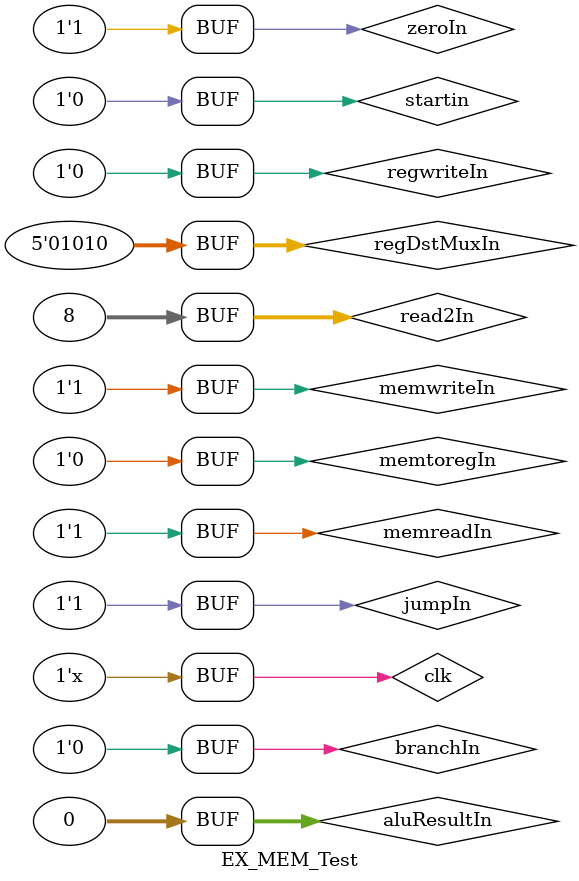
<source format=v>
module EX_MEM_Test;

	reg startin,clk;
	reg jumpIn, branchIn, memreadIn, memtoregIn, memwriteIn, regwriteIn;
	reg zeroIn;
	reg [31:0] aluResultIn, read2In;
	reg [4:0] regDstMuxIn;
		
	wire jump, branch, memread, memtoreg, memwrite, regwrite;
	wire zero;
	wire [31:0] aluResult, read2;
	wire [4:0] regDstMux;

	EX_MEM UUT(startin, clk,
jumpIn, branchIn, memreadIn, memtoregIn, memwriteIn, regwriteIn,zeroIn, aluResultIn, regDstMuxIn, read2In,
jump, branch, memread, memtoreg, memwrite, regwrite,zero, aluResult, regDstMux, read2);

	initial begin
		clk = 0;
		startin = 1;
		jumpIn = 1;
		branchIn = 0;
		memreadIn = 1;
		memtoregIn = 0; 
		memwriteIn = 1;
		regwriteIn = 0;
		zeroIn = 1;
		aluResultIn = 0;
		regDstMuxIn = 10;
		read2In = 8;
		#100;
		startin = 0;
	end
	always #100 clk = ~clk;
endmodule
		


</source>
